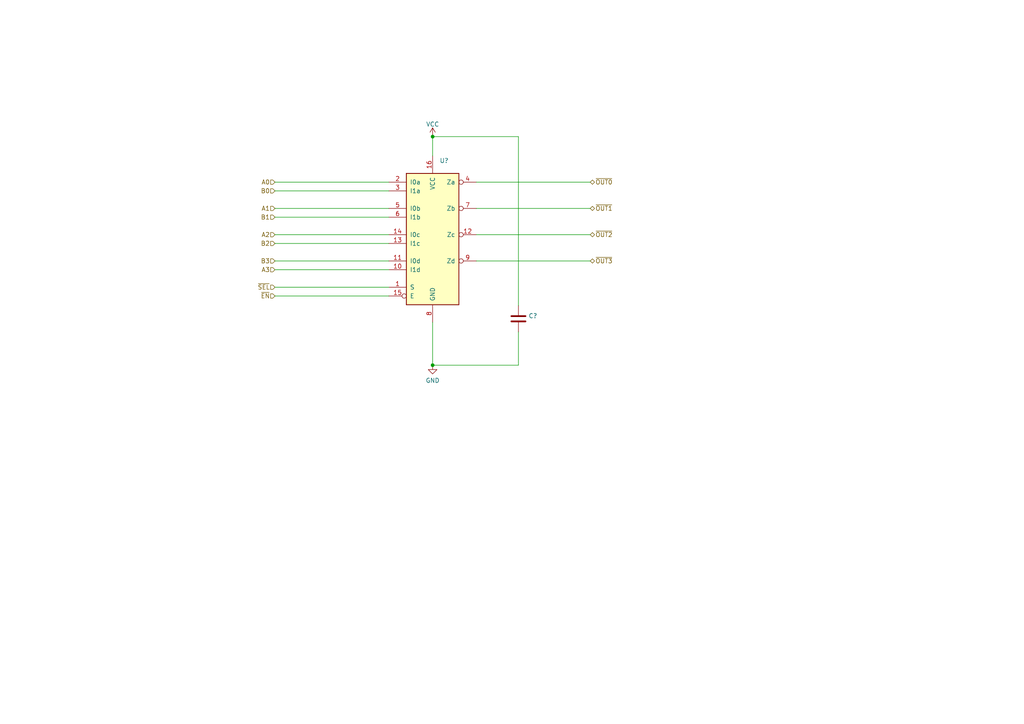
<source format=kicad_sch>
(kicad_sch (version 20211123) (generator eeschema)
  (paper "A4")
  (lib_symbols
    (symbol "74xx:74LS158" (pin_names (offset 1.016))
      (property "Reference" "U" (at -7.62 19.05 0))
      (property "Value" "74LS158" (at -7.62 -21.59 0))
      (symbol "74LS158_1_0"
        (pin input line (at -12.7 -15.24 0) (length 5.08) (name "S") (number "1"))
        (pin input line (at -12.7 -10.16 0) (length 5.08) (name "I1d") (number "10"))
        (pin input line (at -12.7 -7.62 0) (length 5.08) (name "I0d") (number "11"))
        (pin output inverted (at 12.7 0 180) (length 5.08) (name "Zc") (number "12"))
        (pin input line (at -12.7 -2.54 0) (length 5.08) (name "I1c") (number "13"))
        (pin input line (at -12.7 0 0) (length 5.08) (name "I0c") (number "14"))
        (pin input inverted (at -12.7 -17.78 0) (length 5.08) (name "E") (number "15"))
        (pin power_in line (at 0 22.86 270) (length 5.08) (name "VCC") (number "16"))
        (pin input line (at -12.7 15.24 0) (length 5.08) (name "I0a") (number "2"))
        (pin input line (at -12.7 12.7 0) (length 5.08) (name "I1a") (number "3"))
        (pin output inverted (at 12.7 15.24 180) (length 5.08) (name "Za") (number "4"))
        (pin input line (at -12.7 7.62 0) (length 5.08) (name "I0b") (number "5"))
        (pin input line (at -12.7 5.08 0) (length 5.08) (name "I1b") (number "6"))
        (pin output inverted (at 12.7 7.62 180) (length 5.08) (name "Zb") (number "7"))
        (pin power_in line (at 0 -25.4 90) (length 5.08) (name "GND") (number "8"))
        (pin output inverted (at 12.7 -7.62 180) (length 5.08) (name "Zd") (number "9"))
      )
      (symbol "74LS158_1_1"
        (rectangle (start -7.62 17.78) (end 7.62 -20.32) (stroke (width 0.254)) (fill (type background)))
      )
    )
    (symbol "Device:C" (pin_numbers hide) (pin_names (offset 0.254))
      (property "Reference" "C" (at 0.635 2.54 0))
      (property "Value" "C" (at 0.635 -2.54 0))
      (symbol "C_0_1"
        (polyline (pts (xy -2.032 -0.762) (xy 2.032 -0.762)) (stroke (width 0.508)))
        (polyline (pts (xy -2.032 0.762) (xy 2.032 0.762)) (stroke (width 0.508)))
      )
      (symbol "C_1_1"
        (pin passive line (at 0 3.81 270) (length 2.794) (name "~") (number "1"))
        (pin passive line (at 0 -3.81 90) (length 2.794) (name "~") (number "2"))
      )
    )
    (symbol "power:GND" (power) (pin_names (offset 0))
      (property "Value" "GND" (at 0 -3.81 0))
      (symbol "GND_0_1"
        (polyline (pts (xy 0 0) (xy 0 -1.27) (xy 1.27 -1.27) (xy 0 -2.54) (xy -1.27 -1.27) (xy 0 -1.27)))
      )
      (symbol "GND_1_1"
        (pin power_in line (at 0 0 270) (length 0) hide (name "GND") (number "1"))
      )
    )
    (symbol "power:VCC" (power) (pin_names (offset 0))
      (property "Value" "VCC" (at 0 3.81 0))
      (symbol "VCC_0_1"
        (polyline (pts (xy -0.762 1.27) (xy 0 2.54)))
        (polyline (pts (xy 0 0) (xy 0 2.54)))
        (polyline (pts (xy 0 2.54) (xy 0.762 1.27)))
      )
      (symbol "VCC_1_1"
        (pin power_in line (at 0 0 90) (length 0) hide (name "VCC") (number "1"))
      )
    )
  )
  (junction (at 125.476 39.624))
  (junction (at 125.476 105.918))
  (wire (pts (xy 150.368 88.646) (xy 150.368 39.624)))
  (wire (pts (xy 125.476 39.624) (xy 125.476 45.212)))
  (wire (pts (xy 79.756 85.852) (xy 112.776 85.852)))
  (wire (pts (xy 79.756 78.232) (xy 112.776 78.232)))
  (wire (pts (xy 79.756 75.692) (xy 112.776 75.692)))
  (wire (pts (xy 138.176 52.832) (xy 171.196 52.832)))
  (wire (pts (xy 79.756 68.072) (xy 112.776 68.072)))
  (wire (pts (xy 150.368 105.918) (xy 150.368 96.266)))
  (wire (pts (xy 150.368 39.624) (xy 125.476 39.624)))
  (wire (pts (xy 79.756 52.832) (xy 112.776 52.832)))
  (wire (pts (xy 79.756 70.612) (xy 112.776 70.612)))
  (wire (pts (xy 138.176 75.692) (xy 171.196 75.692)))
  (wire (pts (xy 138.176 68.072) (xy 171.196 68.072)))
  (wire (pts (xy 79.756 60.452) (xy 112.776 60.452)))
  (wire (pts (xy 138.176 60.452) (xy 171.196 60.452)))
  (wire (pts (xy 79.756 83.312) (xy 112.776 83.312)))
  (wire (pts (xy 125.476 105.918) (xy 150.368 105.918)))
  (wire (pts (xy 125.476 93.472) (xy 125.476 105.918)))
  (wire (pts (xy 79.756 55.372) (xy 112.776 55.372)))
  (wire (pts (xy 79.756 62.992) (xy 112.776 62.992)))
  (hierarchical_label "B0" (shape input) (at 79.756 55.372 180))
  (hierarchical_label "~{OUT0}" (shape tri_state) (at 171.196 52.832 0))
  (hierarchical_label "A2" (shape input) (at 79.756 68.072 180))
  (hierarchical_label "~{OUT2}" (shape tri_state) (at 171.196 68.072 0))
  (hierarchical_label "B2" (shape input) (at 79.756 70.612 180))
  (hierarchical_label "~{OUT3}" (shape tri_state) (at 171.196 75.692 0))
  (hierarchical_label "B1" (shape input) (at 79.756 62.992 180))
  (hierarchical_label "~{OUT1}" (shape tri_state) (at 171.196 60.452 0))
  (hierarchical_label "~{SEL}" (shape input) (at 79.756 83.312 180))
  (hierarchical_label "A1" (shape input) (at 79.756 60.452 180))
  (hierarchical_label "A3" (shape input) (at 79.756 78.232 180))
  (hierarchical_label "~{EN}" (shape input) (at 79.756 85.852 180))
  (hierarchical_label "A0" (shape input) (at 79.756 52.832 180))
  (hierarchical_label "B3" (shape input) (at 79.756 75.692 180))
  (symbol (lib_id "power:VCC") (at 125.476 39.624 0) (unit 1)
    (property "Reference" "#PWR?" (effects hide))
  )
  (symbol (lib_id "power:GND") (at 125.476 105.918 0) (unit 1)
    (property "Reference" "#PWR?" (effects hide))
  )
  (symbol (lib_id "74xx:74LS158") (at 125.476 68.072 0) (unit 1)
    (property "Reference" "U?" (at 127.4954 46.5922 0) (effects (justify left)))
    (property "Datasheet" "http://www.ti.com/lit/gpn/sn74LS158" (effects hide))
  )
  (symbol (lib_id "Device:C") (at 150.368 92.456 0) (unit 1)
    (property "Reference" "C?" (at 153.289 91.6213 0) (effects (justify left)))
  )
)
</source>
